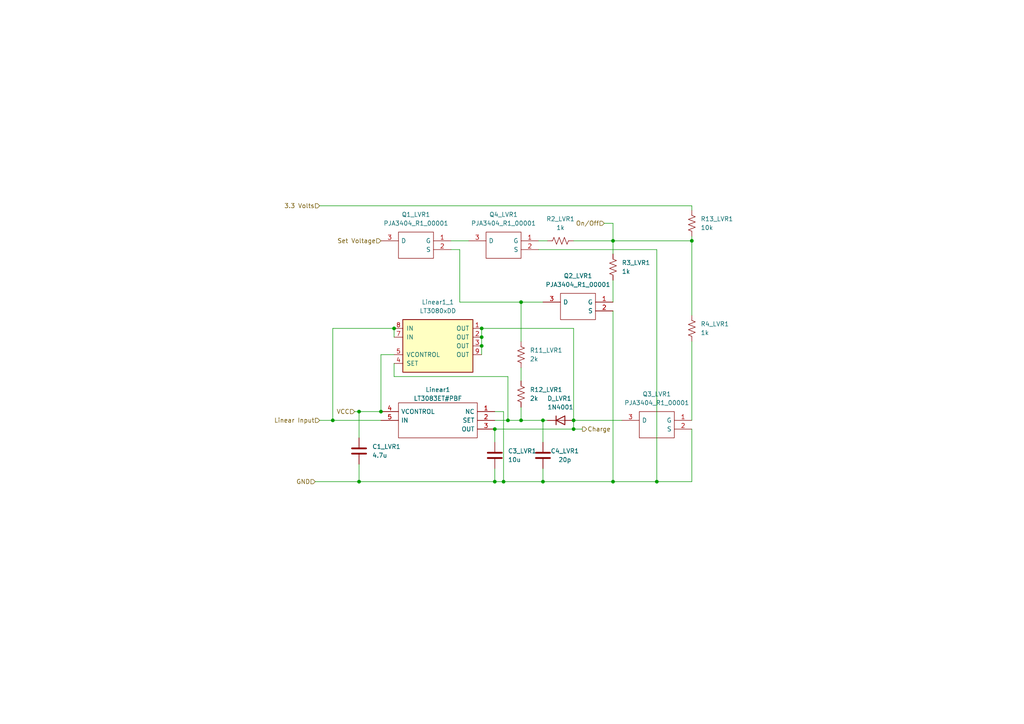
<source format=kicad_sch>
(kicad_sch (version 20211123) (generator eeschema)
  (paper "A4")
  (title_block (title "Linear Voltage Regulaor") (date "2022-11-16") (rev "5") (company "George Mason University") (comment 2 "by the PID controller from the microcontroller.") (comment 3 "supply output. The input of the regulator is what will be controlled") (comment 4 "The linear voltage regulator is the main source for the power"))
  (lib_symbols
    (symbol "Device:C" (pin_numbers hide) (pin_names (offset 0.254))
      (property "Reference" "C" (at 0.635 2.54 0))
      (property "Value" "C" (at 0.635 -2.54 0))
      (symbol "C_0_1"
        (polyline (pts (xy -2.032 -0.762) (xy 2.032 -0.762)) (stroke (width 0.508)))
        (polyline (pts (xy -2.032 0.762) (xy 2.032 0.762)) (stroke (width 0.508)))
      )
      (symbol "C_1_1"
        (pin passive line (at 0 3.81 270) (length 2.794) (name "~") (number "1"))
        (pin passive line (at 0 -3.81 90) (length 2.794) (name "~") (number "2"))
      )
    )
    (symbol "Device:R_US" (pin_numbers hide) (pin_names (offset 0))
      (property "Reference" "R" (at 2.54 0 90))
      (property "Value" "R_US" (at -2.54 0 90))
      (symbol "R_US_0_1"
        (polyline (pts (xy 0 -2.286) (xy 0 -2.54)))
        (polyline (pts (xy 0 2.286) (xy 0 2.54)))
        (polyline (pts (xy 0 -0.762) (xy 1.016 -1.143) (xy 0 -1.524) (xy -1.016 -1.905) (xy 0 -2.286)))
        (polyline (pts (xy 0 0.762) (xy 1.016 0.381) (xy 0 0) (xy -1.016 -0.381) (xy 0 -0.762)))
        (polyline (pts (xy 0 2.286) (xy 1.016 1.905) (xy 0 1.524) (xy -1.016 1.143) (xy 0 0.762)))
      )
      (symbol "R_US_1_1"
        (pin passive line (at 0 3.81 270) (length 1.27) (name "~") (number "1"))
        (pin passive line (at 0 -3.81 90) (length 1.27) (name "~") (number "2"))
      )
    )
    (symbol "Diode:1N4001" (pin_numbers hide) (pin_names (offset 1.016) hide)
      (property "Reference" "D" (at 0 2.54 0))
      (property "Value" "1N4001" (at 0 -2.54 0))
      (symbol "1N4001_0_1"
        (polyline (pts (xy -1.27 1.27) (xy -1.27 -1.27)) (stroke (width 0.254)))
        (polyline (pts (xy 1.27 0) (xy -1.27 0)))
        (polyline (pts (xy 1.27 1.27) (xy 1.27 -1.27) (xy -1.27 0) (xy 1.27 1.27)) (stroke (width 0.254)))
      )
      (symbol "1N4001_1_1"
        (pin passive line (at -3.81 0 0) (length 2.54) (name "K") (number "1"))
        (pin passive line (at 3.81 0 180) (length 2.54) (name "A") (number "2"))
      )
    )
    (symbol "Regulator_Linear:LT3080xDD" (pin_names (offset 1.016))
      (property "Reference" "U" (at -8.89 9.144 0))
      (property "Value" "LT3080xDD" (at 10.414 9.144 0))
      (symbol "LT3080xDD_0_1"
        (rectangle (start -10.16 7.62) (end 10.16 -7.62) (stroke (width 0.254)) (fill (type background)))
      )
      (symbol "LT3080xDD_1_1"
        (pin power_out line (at 12.7 5.08 180) (length 2.54) (name "OUT") (number "1"))
        (pin power_out line (at 12.7 2.54 180) (length 2.54) (name "OUT") (number "2"))
        (pin power_out line (at 12.7 0 180) (length 2.54) (name "OUT") (number "3"))
        (pin input line (at -12.7 -5.08 0) (length 2.54) (name "SET") (number "4"))
        (pin input line (at -12.7 -2.54 0) (length 2.54) (name "VCONTROL") (number "5"))
        (pin no_connect line (at -10.16 0 0) (length 2.54) hide (name "NC") (number "6"))
        (pin power_in line (at -12.7 2.54 0) (length 2.54) (name "IN") (number "7"))
        (pin power_in line (at -12.7 5.08 0) (length 2.54) (name "IN") (number "8"))
        (pin power_out line (at 12.7 -2.54 180) (length 2.54) (name "OUT") (number "9"))
      )
    )
    (symbol "SamacSys_Parts:LT3083ET#PBF" (pin_names (offset 0.762))
      (property "Reference" "Linear1" (at -16.51 7.62 0))
      (property "Value" "LT3083ET#PBF" (at -16.51 5.08 0))
      (symbol "LT3083ET#PBF_0_0"
        (pin passive line (at 0 0 0) (length 5.08) (name "NC") (number "1"))
        (pin passive line (at 0 -2.54 0) (length 5.08) (name "SET") (number "2"))
        (pin passive line (at 0 -5.08 0) (length 5.08) (name "OUT") (number "3"))
        (pin passive line (at 33.02 0 180) (length 5.08) (name "VCONTROL") (number "4"))
        (pin passive line (at 33.02 -2.54 180) (length 5.08) (name "IN") (number "5"))
      )
      (symbol "LT3083ET#PBF_0_1"
        (polyline (pts (xy 5.08 2.54) (xy 27.94 2.54) (xy 27.94 -7.62) (xy 5.08 -7.62) (xy 5.08 2.54)) (stroke (width 0.1524)))
      )
    )
    (symbol "SamacSys_Parts:PJA3404_R1_00001" (pin_names (offset 0.762))
      (property "Reference" "IC" (at 16.51 7.62 0))
      (property "Value" "PJA3404_R1_00001" (at 16.51 5.08 0))
      (symbol "PJA3404_R1_00001_0_0"
        (pin passive line (at 0 0 0) (length 5.08) (name "G") (number "1"))
        (pin passive line (at 0 -2.54 0) (length 5.08) (name "S") (number "2"))
        (pin passive line (at 20.32 0 180) (length 5.08) (name "D") (number "3"))
      )
      (symbol "PJA3404_R1_00001_0_1"
        (polyline (pts (xy 5.08 2.54) (xy 15.24 2.54) (xy 15.24 -5.08) (xy 5.08 -5.08) (xy 5.08 2.54)) (stroke (width 0.1524)))
      )
    )
  )
  (junction (at 190.5 139.7))
  (junction (at 146.05 139.7))
  (junction (at 151.13 87.63))
  (junction (at 147.32 121.92))
  (junction (at 139.7 97.79))
  (junction (at 177.8 69.85))
  (junction (at 157.48 139.7))
  (junction (at 166.37 121.92))
  (junction (at 110.49 119.38))
  (junction (at 104.14 119.38))
  (junction (at 143.51 139.7))
  (junction (at 200.66 69.85))
  (junction (at 177.8 139.7))
  (junction (at 104.14 139.7))
  (junction (at 96.52 121.92))
  (junction (at 114.3 95.25))
  (junction (at 157.48 121.92))
  (junction (at 143.51 124.46))
  (junction (at 151.13 121.92))
  (junction (at 166.37 124.46))
  (junction (at 139.7 95.25))
  (junction (at 139.7 100.33))
  (wire (pts (xy 143.51 124.46) (xy 166.37 124.46)))
  (wire (pts (xy 110.49 102.87) (xy 114.3 102.87)))
  (wire (pts (xy 91.44 139.7) (xy 104.14 139.7)))
  (wire (pts (xy 147.32 109.22) (xy 147.32 121.92)))
  (wire (pts (xy 158.75 121.92) (xy 157.48 121.92)))
  (wire (pts (xy 114.3 95.25) (xy 114.3 97.79)))
  (wire (pts (xy 157.48 135.89) (xy 157.48 139.7)))
  (wire (pts (xy 157.48 139.7) (xy 177.8 139.7)))
  (wire (pts (xy 143.51 119.38) (xy 146.05 119.38)))
  (wire (pts (xy 143.51 121.92) (xy 147.32 121.92)))
  (wire (pts (xy 156.21 69.85) (xy 158.75 69.85)))
  (wire (pts (xy 143.51 128.27) (xy 143.51 124.46)))
  (wire (pts (xy 114.3 105.41) (xy 114.3 109.22)))
  (wire (pts (xy 200.66 68.58) (xy 200.66 69.85)))
  (wire (pts (xy 143.51 139.7) (xy 146.05 139.7)))
  (wire (pts (xy 151.13 121.92) (xy 157.48 121.92)))
  (wire (pts (xy 96.52 121.92) (xy 110.49 121.92)))
  (wire (pts (xy 151.13 87.63) (xy 157.48 87.63)))
  (wire (pts (xy 92.71 59.69) (xy 200.66 59.69)))
  (wire (pts (xy 146.05 139.7) (xy 157.48 139.7)))
  (wire (pts (xy 157.48 128.27) (xy 157.48 121.92)))
  (wire (pts (xy 130.81 69.85) (xy 135.89 69.85)))
  (wire (pts (xy 166.37 121.92) (xy 180.34 121.92)))
  (wire (pts (xy 166.37 121.92) (xy 166.37 124.46)))
  (wire (pts (xy 200.66 69.85) (xy 200.66 91.44)))
  (wire (pts (xy 130.81 72.39) (xy 133.35 72.39)))
  (wire (pts (xy 177.8 81.28) (xy 177.8 87.63)))
  (wire (pts (xy 151.13 87.63) (xy 151.13 99.06)))
  (wire (pts (xy 96.52 95.25) (xy 114.3 95.25)))
  (wire (pts (xy 166.37 69.85) (xy 177.8 69.85)))
  (wire (pts (xy 102.87 119.38) (xy 104.14 119.38)))
  (wire (pts (xy 143.51 135.89) (xy 143.51 139.7)))
  (wire (pts (xy 175.26 64.77) (xy 177.8 64.77)))
  (wire (pts (xy 166.37 95.25) (xy 166.37 121.92)))
  (wire (pts (xy 139.7 100.33) (xy 139.7 102.87)))
  (wire (pts (xy 139.7 95.25) (xy 139.7 97.79)))
  (wire (pts (xy 114.3 109.22) (xy 147.32 109.22)))
  (wire (pts (xy 177.8 64.77) (xy 177.8 69.85)))
  (wire (pts (xy 139.7 95.25) (xy 166.37 95.25)))
  (wire (pts (xy 177.8 90.17) (xy 177.8 139.7)))
  (wire (pts (xy 104.14 139.7) (xy 143.51 139.7)))
  (wire (pts (xy 104.14 119.38) (xy 110.49 119.38)))
  (wire (pts (xy 92.71 121.92) (xy 96.52 121.92)))
  (wire (pts (xy 104.14 134.62) (xy 104.14 139.7)))
  (wire (pts (xy 151.13 106.68) (xy 151.13 110.49)))
  (wire (pts (xy 166.37 124.46) (xy 168.91 124.46)))
  (wire (pts (xy 151.13 87.63) (xy 133.35 87.63)))
  (wire (pts (xy 156.21 72.39) (xy 190.5 72.39)))
  (wire (pts (xy 200.66 124.46) (xy 200.66 139.7)))
  (wire (pts (xy 177.8 139.7) (xy 190.5 139.7)))
  (wire (pts (xy 200.66 99.06) (xy 200.66 121.92)))
  (wire (pts (xy 200.66 69.85) (xy 177.8 69.85)))
  (wire (pts (xy 151.13 118.11) (xy 151.13 121.92)))
  (wire (pts (xy 133.35 72.39) (xy 133.35 87.63)))
  (wire (pts (xy 177.8 69.85) (xy 177.8 73.66)))
  (wire (pts (xy 190.5 139.7) (xy 200.66 139.7)))
  (wire (pts (xy 200.66 60.96) (xy 200.66 59.69)))
  (wire (pts (xy 190.5 72.39) (xy 190.5 139.7)))
  (wire (pts (xy 110.49 102.87) (xy 110.49 119.38)))
  (wire (pts (xy 139.7 97.79) (xy 139.7 100.33)))
  (wire (pts (xy 146.05 119.38) (xy 146.05 139.7)))
  (wire (pts (xy 96.52 121.92) (xy 96.52 95.25)))
  (wire (pts (xy 104.14 119.38) (xy 104.14 127)))
  (wire (pts (xy 147.32 121.92) (xy 151.13 121.92)))
  (hierarchical_label "Charge" (shape output) (at 168.91 124.46 0))
  (hierarchical_label "3.3 Volts" (shape input) (at 92.71 59.69 180))
  (hierarchical_label "GND" (shape input) (at 91.44 139.7 180))
  (hierarchical_label "On{slash}Off" (shape input) (at 175.26 64.77 180))
  (hierarchical_label "Set Voltage" (shape input) (at 110.49 69.85 180))
  (hierarchical_label "VCC" (shape input) (at 102.87 119.38 180))
  (hierarchical_label "Linear Input" (shape input) (at 92.71 121.92 180))
  (symbol (lib_id "Device:R_US") (at 151.13 114.3 180) (unit 1)
    (property "Reference" "R12_LVR1" (at 153.67 113.0299 0) (effects (justify right)))
    (property "Value" "2k" (at 153.67 115.5699 0) (effects (justify right)))
    (property "Footprint" "Resistor_SMD:R_0603_1608Metric" (effects hide))
  )
  (symbol (lib_id "Device:C") (at 157.48 132.08 0) (unit 1)
    (property "Reference" "C4_LVR1" (at 163.83 130.81 0))
    (property "Value" "20p" (at 163.83 133.35 0))
    (property "Footprint" "Capacitor_SMD:C_0603_1608Metric" (effects hide))
  )
  (symbol (lib_id "Device:R_US") (at 162.56 69.85 90) (unit 1)
    (property "Reference" "R2_LVR1" (at 162.56 63.5 90))
    (property "Value" "1k" (at 162.56 66.04 90))
    (property "Footprint" "Resistor_SMD:R_0603_1608Metric" (effects hide))
  )
  (symbol (lib_id "Device:R_US") (at 151.13 102.87 180) (unit 1)
    (property "Reference" "R11_LVR1" (at 153.67 101.5999 0) (effects (justify right)))
    (property "Value" "2k" (at 153.67 104.1399 0) (effects (justify right)))
    (property "Footprint" "Resistor_SMD:R_0603_1608Metric" (effects hide))
  )
  (symbol (lib_id "SamacSys_Parts:LT3083ET#PBF") (at 143.51 119.38 0) (mirror y) (unit 1)
    (property "Reference" "Linear1" (at 127 113.03 0))
    (property "Value" "LT3083ET#PBF" (at 127 115.57 0))
    (property "Footprint" "SamacSys_Parts:TO170P457X1022X2306-5P" (effects hide))
    (property "Datasheet" "http://www.linear.com/docs/30239" (effects hide))
    (property "Description" "IC REG LDO ADJ 3A TO220-5" (effects hide))
    (property "Height" "4.572" (effects hide))
    (property "Mouser Part Number" "584-LT3083ET#PBF" (effects hide))
    (property "Mouser Price/Stock" "https://www.mouser.co.uk/ProductDetail/Analog-Devices/LT3083ETPBF?qs=hVkxg5c3xu%252BEQibxnmC0QQ%3D%3D" (effects hide))
    (property "Manufacturer_Name" "Analog Devices" (effects hide))
    (property "Manufacturer_Part_Number" "LT3083ET#PBF" (effects hide))
  )
  (symbol (lib_id "Device:C") (at 104.14 130.81 180) (unit 1)
    (property "Reference" "C1_LVR1" (at 107.95 129.5399 0) (effects (justify right)))
    (property "Value" "4.7u" (at 107.95 132.0799 0) (effects (justify right)))
    (property "Footprint" "Capacitor_SMD:C_0805_2012Metric" (effects hide))
  )
  (symbol (lib_id "SamacSys_Parts:PJA3404_R1_00001") (at 177.8 87.63 0) (mirror y) (unit 1)
    (property "Reference" "Q2_LVR1" (at 167.64 80.01 0))
    (property "Value" "PJA3404_R1_00001" (at 167.64 82.55 0))
    (property "Footprint" "SamacSys_Parts:SOT95P240X110-3N" (effects hide))
    (property "Datasheet" "https://www.mouser.fr/datasheet/2/1057/PJA3404-1867365.pdf" (effects hide))
    (property "Description" "MOSFET /A04/TR/7\"/HF/3K/SOT-23/MOS/SOT/NFET-30TMN/NF30T-QI10/PJ///" (effects hide))
    (property "Height" "1.1" (effects hide))
    (property "Manufacturer_Name" "PANJIT" (effects hide))
    (property "Manufacturer_Part_Number" "PJA3404_R1_00001" (effects hide))
    (property "Mouser Part Number" "241-PJA3404_R1_00001" (effects hide))
    (property "Mouser Price/Stock" "https://www.mouser.co.uk/ProductDetail/Panjit/PJA3404_R1_00001?qs=sPbYRqrBIVkiUO9ZInE3tw%3D%3D" (effects hide))
  )
  (symbol (lib_id "SamacSys_Parts:PJA3404_R1_00001") (at 200.66 121.92 0) (mirror y) (unit 1)
    (property "Reference" "Q3_LVR1" (at 190.5 114.3 0))
    (property "Value" "PJA3404_R1_00001" (at 190.5 116.84 0))
    (property "Footprint" "SamacSys_Parts:SOT95P240X110-3N" (effects hide))
    (property "Datasheet" "https://www.mouser.fr/datasheet/2/1057/PJA3404-1867365.pdf" (effects hide))
    (property "Description" "MOSFET /A04/TR/7\"/HF/3K/SOT-23/MOS/SOT/NFET-30TMN/NF30T-QI10/PJ///" (effects hide))
    (property "Height" "1.1" (effects hide))
    (property "Manufacturer_Name" "PANJIT" (effects hide))
    (property "Manufacturer_Part_Number" "PJA3404_R1_00001" (effects hide))
    (property "Mouser Part Number" "241-PJA3404_R1_00001" (effects hide))
    (property "Mouser Price/Stock" "https://www.mouser.co.uk/ProductDetail/Panjit/PJA3404_R1_00001?qs=sPbYRqrBIVkiUO9ZInE3tw%3D%3D" (effects hide))
  )
  (symbol (lib_id "Device:R_US") (at 200.66 95.25 180) (unit 1)
    (property "Reference" "R4_LVR1" (at 203.2 93.9799 0) (effects (justify right)))
    (property "Value" "1k" (at 203.2 96.5199 0) (effects (justify right)))
    (property "Footprint" "Resistor_SMD:R_0603_1608Metric" (effects hide))
  )
  (symbol (lib_id "SamacSys_Parts:PJA3404_R1_00001") (at 156.21 69.85 0) (mirror y) (unit 1)
    (property "Reference" "Q4_LVR1" (at 146.05 62.23 0))
    (property "Value" "PJA3404_R1_00001" (at 146.05 64.77 0))
    (property "Footprint" "SamacSys_Parts:SOT95P240X110-3N" (effects hide))
    (property "Datasheet" "https://www.mouser.fr/datasheet/2/1057/PJA3404-1867365.pdf" (effects hide))
    (property "Description" "MOSFET /A04/TR/7\"/HF/3K/SOT-23/MOS/SOT/NFET-30TMN/NF30T-QI10/PJ///" (effects hide))
    (property "Height" "1.1" (effects hide))
    (property "Manufacturer_Name" "PANJIT" (effects hide))
    (property "Manufacturer_Part_Number" "PJA3404_R1_00001" (effects hide))
    (property "Mouser Part Number" "241-PJA3404_R1_00001" (effects hide))
    (property "Mouser Price/Stock" "https://www.mouser.co.uk/ProductDetail/Panjit/PJA3404_R1_00001?qs=sPbYRqrBIVkiUO9ZInE3tw%3D%3D" (effects hide))
  )
  (symbol (lib_id "Regulator_Linear:LT3080xDD") (at 127 100.33 0) (unit 1)
    (property "Reference" "Linear1_1" (at 127 87.63 0))
    (property "Value" "LT3080xDD" (at 127 90.17 0))
    (property "Footprint" "Package_DFN_QFN:DFN-8-1EP_3x3mm_P0.5mm_EP1.66x2.38mm" (effects hide))
    (property "Datasheet" "https://www.analog.com/media/en/technical-documentation/data-sheets/3080fc.pdf" (effects hide))
  )
  (symbol (lib_id "SamacSys_Parts:PJA3404_R1_00001") (at 130.81 69.85 0) (mirror y) (unit 1)
    (property "Reference" "Q1_LVR1" (at 120.65 62.23 0))
    (property "Value" "PJA3404_R1_00001" (at 120.65 64.77 0))
    (property "Footprint" "SamacSys_Parts:SOT95P240X110-3N" (effects hide))
    (property "Datasheet" "https://www.mouser.fr/datasheet/2/1057/PJA3404-1867365.pdf" (effects hide))
    (property "Description" "MOSFET /A04/TR/7\"/HF/3K/SOT-23/MOS/SOT/NFET-30TMN/NF30T-QI10/PJ///" (effects hide))
    (property "Height" "1.1" (effects hide))
    (property "Manufacturer_Name" "PANJIT" (effects hide))
    (property "Manufacturer_Part_Number" "PJA3404_R1_00001" (effects hide))
    (property "Mouser Part Number" "241-PJA3404_R1_00001" (effects hide))
    (property "Mouser Price/Stock" "https://www.mouser.co.uk/ProductDetail/Panjit/PJA3404_R1_00001?qs=sPbYRqrBIVkiUO9ZInE3tw%3D%3D" (effects hide))
  )
  (symbol (lib_id "Diode:1N4001") (at 162.56 121.92 0) (unit 1)
    (property "Reference" "D_LVR1" (at 162.2425 115.57 0))
    (property "Value" "1N4001" (at 162.56 118.11 0))
    (property "Footprint" "Diode_SMD:D_SMA" (effects hide))
    (property "Datasheet" "http://www.vishay.com/docs/88503/1n4001.pdf" (effects hide))
  )
  (symbol (lib_id "Device:R_US") (at 177.8 77.47 180) (unit 1)
    (property "Reference" "R3_LVR1" (at 180.34 76.1999 0) (effects (justify right)))
    (property "Value" "1k" (at 180.34 78.7399 0) (effects (justify right)))
    (property "Footprint" "Resistor_SMD:R_0603_1608Metric" (effects hide))
  )
  (symbol (lib_id "Device:C") (at 143.51 132.08 0) (unit 1)
    (property "Reference" "C3_LVR1" (at 147.32 130.8099 0) (effects (justify left)))
    (property "Value" "10u" (at 147.32 133.3499 0) (effects (justify left)))
    (property "Footprint" "Capacitor_SMD:C_1206_3216Metric" (effects hide))
  )
  (symbol (lib_id "Device:R_US") (at 200.66 64.77 0) (unit 1)
    (property "Reference" "R13_LVR1" (at 203.2 63.4999 0) (effects (justify left)))
    (property "Value" "10k" (at 203.2 66.0399 0) (effects (justify left)))
    (property "Footprint" "Resistor_SMD:R_0603_1608Metric" (effects hide))
  )
)
</source>
